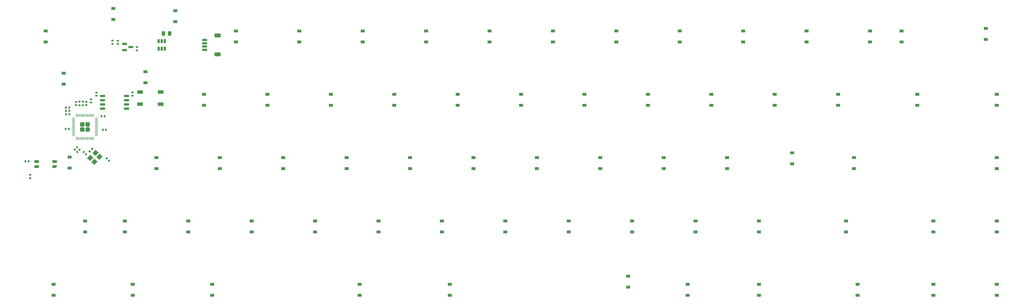
<source format=gbr>
%TF.GenerationSoftware,KiCad,Pcbnew,7.0.1*%
%TF.CreationDate,2023-05-02T20:58:12+03:00*%
%TF.ProjectId,rp2040-bakeneko65,72703230-3430-42d6-9261-6b656e656b6f,rev?*%
%TF.SameCoordinates,Original*%
%TF.FileFunction,Paste,Bot*%
%TF.FilePolarity,Positive*%
%FSLAX46Y46*%
G04 Gerber Fmt 4.6, Leading zero omitted, Abs format (unit mm)*
G04 Created by KiCad (PCBNEW 7.0.1) date 2023-05-02 20:58:12*
%MOMM*%
%LPD*%
G01*
G04 APERTURE LIST*
G04 Aperture macros list*
%AMRoundRect*
0 Rectangle with rounded corners*
0 $1 Rounding radius*
0 $2 $3 $4 $5 $6 $7 $8 $9 X,Y pos of 4 corners*
0 Add a 4 corners polygon primitive as box body*
4,1,4,$2,$3,$4,$5,$6,$7,$8,$9,$2,$3,0*
0 Add four circle primitives for the rounded corners*
1,1,$1+$1,$2,$3*
1,1,$1+$1,$4,$5*
1,1,$1+$1,$6,$7*
1,1,$1+$1,$8,$9*
0 Add four rect primitives between the rounded corners*
20,1,$1+$1,$2,$3,$4,$5,0*
20,1,$1+$1,$4,$5,$6,$7,0*
20,1,$1+$1,$6,$7,$8,$9,0*
20,1,$1+$1,$8,$9,$2,$3,0*%
%AMRotRect*
0 Rectangle, with rotation*
0 The origin of the aperture is its center*
0 $1 length*
0 $2 width*
0 $3 Rotation angle, in degrees counterclockwise*
0 Add horizontal line*
21,1,$1,$2,0,0,$3*%
%AMFreePoly0*
4,1,18,-0.410000,0.593000,-0.403758,0.624380,-0.385983,0.650983,-0.359380,0.668758,-0.328000,0.675000,0.328000,0.675000,0.359380,0.668758,0.385983,0.650983,0.403758,0.624380,0.410000,0.593000,0.410000,-0.593000,0.403758,-0.624380,0.385983,-0.650983,0.359380,-0.668758,0.328000,-0.675000,0.000000,-0.675000,-0.410000,-0.265000,-0.410000,0.593000,-0.410000,0.593000,$1*%
G04 Aperture macros list end*
%ADD10RoundRect,0.140000X0.140000X0.170000X-0.140000X0.170000X-0.140000X-0.170000X0.140000X-0.170000X0*%
%ADD11R,1.200000X0.900000*%
%ADD12RoundRect,0.140000X0.170000X-0.140000X0.170000X0.140000X-0.170000X0.140000X-0.170000X-0.140000X0*%
%ADD13RoundRect,0.135000X-0.185000X0.135000X-0.185000X-0.135000X0.185000X-0.135000X0.185000X0.135000X0*%
%ADD14RoundRect,0.082000X0.593000X-0.328000X0.593000X0.328000X-0.593000X0.328000X-0.593000X-0.328000X0*%
%ADD15FreePoly0,90.000000*%
%ADD16RoundRect,0.140000X-0.021213X0.219203X-0.219203X0.021213X0.021213X-0.219203X0.219203X-0.021213X0*%
%ADD17R,1.800000X1.100000*%
%ADD18RoundRect,0.140000X-0.140000X-0.170000X0.140000X-0.170000X0.140000X0.170000X-0.140000X0.170000X0*%
%ADD19RoundRect,0.249999X0.395001X0.395001X-0.395001X0.395001X-0.395001X-0.395001X0.395001X-0.395001X0*%
%ADD20RoundRect,0.050000X0.387500X0.050000X-0.387500X0.050000X-0.387500X-0.050000X0.387500X-0.050000X0*%
%ADD21RoundRect,0.050000X0.050000X0.387500X-0.050000X0.387500X-0.050000X-0.387500X0.050000X-0.387500X0*%
%ADD22RoundRect,0.140000X-0.219203X-0.021213X-0.021213X-0.219203X0.219203X0.021213X0.021213X0.219203X0*%
%ADD23RotRect,1.400000X1.200000X45.000000*%
%ADD24RoundRect,0.135000X0.185000X-0.135000X0.185000X0.135000X-0.185000X0.135000X-0.185000X-0.135000X0*%
%ADD25RoundRect,0.140000X0.219203X0.021213X0.021213X0.219203X-0.219203X-0.021213X-0.021213X-0.219203X0*%
%ADD26RoundRect,0.150000X-0.587500X-0.150000X0.587500X-0.150000X0.587500X0.150000X-0.587500X0.150000X0*%
%ADD27RoundRect,0.150000X0.650000X0.150000X-0.650000X0.150000X-0.650000X-0.150000X0.650000X-0.150000X0*%
%ADD28RoundRect,0.140000X-0.170000X0.140000X-0.170000X-0.140000X0.170000X-0.140000X0.170000X0.140000X0*%
%ADD29RoundRect,0.150000X0.150000X-0.475000X0.150000X0.475000X-0.150000X0.475000X-0.150000X-0.475000X0*%
%ADD30RoundRect,0.150000X-0.625000X0.150000X-0.625000X-0.150000X0.625000X-0.150000X0.625000X0.150000X0*%
%ADD31RoundRect,0.250000X-0.650000X0.350000X-0.650000X-0.350000X0.650000X-0.350000X0.650000X0.350000X0*%
%ADD32RoundRect,0.135000X0.035355X-0.226274X0.226274X-0.035355X-0.035355X0.226274X-0.226274X0.035355X0*%
%ADD33RoundRect,0.243750X-0.243750X-0.456250X0.243750X-0.456250X0.243750X0.456250X-0.243750X0.456250X0*%
G04 APERTURE END LIST*
D10*
%TO.C,C15*%
X83309194Y-121074731D03*
X82349194Y-121074731D03*
%TD*%
D11*
%TO.C,D29*%
X295275000Y-118331250D03*
X295275000Y-115031250D03*
%TD*%
%TO.C,D56*%
X176212500Y-156431250D03*
X176212500Y-153131250D03*
%TD*%
%TO.C,D40*%
X185737500Y-137381250D03*
X185737500Y-134081250D03*
%TD*%
%TO.C,D14*%
X323850000Y-99281250D03*
X323850000Y-95981250D03*
%TD*%
%TO.C,D39*%
X166687500Y-137381250D03*
X166687500Y-134081250D03*
%TD*%
%TO.C,D49*%
X361950000Y-137381250D03*
X361950000Y-134081250D03*
%TD*%
%TO.C,D43*%
X242887500Y-137381250D03*
X242887500Y-134081250D03*
%TD*%
D10*
%TO.C,C14*%
X83309194Y-120058731D03*
X82349194Y-120058731D03*
%TD*%
D11*
%TO.C,D84*%
X361950000Y-175481250D03*
X361950000Y-172181250D03*
%TD*%
D12*
%TO.C,C5*%
X96266000Y-99893000D03*
X96266000Y-98933000D03*
%TD*%
D11*
%TO.C,D52*%
X100012500Y-156431250D03*
X100012500Y-153131250D03*
%TD*%
%TO.C,D77*%
X251206000Y-173099000D03*
X251206000Y-169799000D03*
%TD*%
%TO.C,D1*%
X76200000Y-99281250D03*
X76200000Y-95981250D03*
%TD*%
D12*
%TO.C,C6*%
X85372006Y-118296732D03*
X85372006Y-117336732D03*
%TD*%
%TO.C,C1*%
X91440000Y-115514000D03*
X91440000Y-114554000D03*
%TD*%
D11*
%TO.C,D70*%
X126238000Y-175514000D03*
X126238000Y-172214000D03*
%TD*%
D13*
%TO.C,R2*%
X86388006Y-117306732D03*
X86388006Y-118326732D03*
%TD*%
D14*
%TO.C,LED1*%
X73475000Y-135298750D03*
X73475000Y-136798750D03*
X78925000Y-135298750D03*
D15*
X78925000Y-136798750D03*
%TD*%
D10*
%TO.C,C16*%
X83157000Y-125476000D03*
X82197000Y-125476000D03*
%TD*%
D11*
%TO.C,D24*%
X200025000Y-118331250D03*
X200025000Y-115031250D03*
%TD*%
%TO.C,D68*%
X102393750Y-175481250D03*
X102393750Y-172181250D03*
%TD*%
D12*
%TO.C,C8*%
X89817006Y-117534732D03*
X89817006Y-116574732D03*
%TD*%
D11*
%TO.C,D72*%
X170561000Y-175513000D03*
X170561000Y-172213000D03*
%TD*%
%TO.C,D33*%
X361950000Y-118331250D03*
X361950000Y-115031250D03*
%TD*%
%TO.C,D18*%
X81661000Y-112013000D03*
X81661000Y-108713000D03*
%TD*%
%TO.C,D38*%
X147637500Y-137381250D03*
X147637500Y-134081250D03*
%TD*%
D16*
%TO.C,C11*%
X86385194Y-131742731D03*
X85706372Y-132421553D03*
%TD*%
D11*
%TO.C,D35*%
X83439000Y-137285000D03*
X83439000Y-133985000D03*
%TD*%
%TO.C,D51*%
X88106250Y-156431250D03*
X88106250Y-153131250D03*
%TD*%
%TO.C,D37*%
X128587500Y-137381250D03*
X128587500Y-134081250D03*
%TD*%
%TO.C,D30*%
X314325000Y-118331250D03*
X314325000Y-115031250D03*
%TD*%
%TO.C,D46*%
X300482000Y-136016000D03*
X300482000Y-132716000D03*
%TD*%
%TO.C,D7*%
X190500000Y-99281250D03*
X190500000Y-95981250D03*
%TD*%
D17*
%TO.C,SW85*%
X110796000Y-114355000D03*
X104596000Y-114355000D03*
X110796000Y-118055000D03*
X104596000Y-118055000D03*
%TD*%
D11*
%TO.C,D58*%
X214312500Y-156431250D03*
X214312500Y-153131250D03*
%TD*%
%TO.C,D82*%
X320167000Y-175481250D03*
X320167000Y-172181250D03*
%TD*%
%TO.C,D27*%
X257175000Y-118331250D03*
X257175000Y-115031250D03*
%TD*%
D18*
%TO.C,C12*%
X92992000Y-121666000D03*
X93952000Y-121666000D03*
%TD*%
D11*
%TO.C,D80*%
X290512500Y-175481250D03*
X290512500Y-172181250D03*
%TD*%
%TO.C,D5*%
X152400000Y-99281250D03*
X152400000Y-95981250D03*
%TD*%
%TO.C,D64*%
X342900000Y-156431250D03*
X342900000Y-153131250D03*
%TD*%
%TO.C,D61*%
X271462500Y-156431250D03*
X271462500Y-153131250D03*
%TD*%
D19*
%TO.C,U1*%
X88830506Y-125687732D03*
X88830506Y-124087732D03*
X87230506Y-125687732D03*
X87230506Y-124087732D03*
D20*
X91468006Y-122287732D03*
X91468006Y-122687732D03*
X91468006Y-123087732D03*
X91468006Y-123487732D03*
X91468006Y-123887732D03*
X91468006Y-124287732D03*
X91468006Y-124687732D03*
X91468006Y-125087732D03*
X91468006Y-125487732D03*
X91468006Y-125887732D03*
X91468006Y-126287732D03*
X91468006Y-126687732D03*
X91468006Y-127087732D03*
X91468006Y-127487732D03*
D21*
X90630506Y-128325232D03*
X90230506Y-128325232D03*
X89830506Y-128325232D03*
X89430506Y-128325232D03*
X89030506Y-128325232D03*
X88630506Y-128325232D03*
X88230506Y-128325232D03*
X87830506Y-128325232D03*
X87430506Y-128325232D03*
X87030506Y-128325232D03*
X86630506Y-128325232D03*
X86230506Y-128325232D03*
X85830506Y-128325232D03*
X85430506Y-128325232D03*
D20*
X84593006Y-127487732D03*
X84593006Y-127087732D03*
X84593006Y-126687732D03*
X84593006Y-126287732D03*
X84593006Y-125887732D03*
X84593006Y-125487732D03*
X84593006Y-125087732D03*
X84593006Y-124687732D03*
X84593006Y-124287732D03*
X84593006Y-123887732D03*
X84593006Y-123487732D03*
X84593006Y-123087732D03*
X84593006Y-122687732D03*
X84593006Y-122287732D03*
D21*
X85430506Y-121450232D03*
X85830506Y-121450232D03*
X86230506Y-121450232D03*
X86630506Y-121450232D03*
X87030506Y-121450232D03*
X87430506Y-121450232D03*
X87830506Y-121450232D03*
X88230506Y-121450232D03*
X88630506Y-121450232D03*
X89030506Y-121450232D03*
X89430506Y-121450232D03*
X89830506Y-121450232D03*
X90230506Y-121450232D03*
X90630506Y-121450232D03*
%TD*%
D11*
%TO.C,D11*%
X266700000Y-99281250D03*
X266700000Y-95981250D03*
%TD*%
D22*
%TO.C,C3*%
X87677441Y-132438663D03*
X88356263Y-133117485D03*
%TD*%
D11*
%TO.C,D54*%
X138112500Y-156431250D03*
X138112500Y-153131250D03*
%TD*%
%TO.C,D21*%
X142875000Y-118331250D03*
X142875000Y-115031250D03*
%TD*%
%TO.C,D15*%
X333375000Y-99281250D03*
X333375000Y-95981250D03*
%TD*%
D10*
%TO.C,C10*%
X83309194Y-119042731D03*
X82349194Y-119042731D03*
%TD*%
D11*
%TO.C,D65*%
X361950000Y-156431250D03*
X361950000Y-153131250D03*
%TD*%
D23*
%TO.C,Y1*%
X89636218Y-134206708D03*
X91191853Y-132651073D03*
X92393934Y-133853154D03*
X90838299Y-135408789D03*
%TD*%
D11*
%TO.C,D62*%
X290512500Y-156431250D03*
X290512500Y-153131250D03*
%TD*%
%TO.C,D2*%
X96520000Y-92582000D03*
X96520000Y-89282000D03*
%TD*%
%TO.C,D22*%
X161925000Y-118331250D03*
X161925000Y-115031250D03*
%TD*%
%TO.C,D28*%
X276225000Y-118331250D03*
X276225000Y-115031250D03*
%TD*%
D24*
%TO.C,R5*%
X71577200Y-140260800D03*
X71577200Y-139240800D03*
%TD*%
D16*
%TO.C,C7*%
X85623194Y-130980731D03*
X84944372Y-131659553D03*
%TD*%
D11*
%TO.C,D59*%
X233362500Y-156431250D03*
X233362500Y-153131250D03*
%TD*%
%TO.C,D8*%
X209550000Y-99281250D03*
X209550000Y-95981250D03*
%TD*%
%TO.C,D25*%
X219075000Y-118331250D03*
X219075000Y-115031250D03*
%TD*%
%TO.C,D4*%
X133350000Y-99281250D03*
X133350000Y-95981250D03*
%TD*%
%TO.C,D41*%
X204787500Y-137381250D03*
X204787500Y-134081250D03*
%TD*%
%TO.C,D74*%
X197643750Y-175481250D03*
X197643750Y-172181250D03*
%TD*%
%TO.C,D57*%
X195262500Y-156431250D03*
X195262500Y-153131250D03*
%TD*%
%TO.C,D26*%
X238125000Y-118331250D03*
X238125000Y-115031250D03*
%TD*%
%TO.C,D55*%
X157162500Y-156431250D03*
X157162500Y-153131250D03*
%TD*%
%TO.C,D44*%
X261937500Y-137381250D03*
X261937500Y-134081250D03*
%TD*%
%TO.C,D16*%
X358648000Y-98551000D03*
X358648000Y-95251000D03*
%TD*%
D25*
%TO.C,C2*%
X95278006Y-135088732D03*
X94599184Y-134409910D03*
%TD*%
D26*
%TO.C,U3*%
X99900500Y-101788000D03*
X99900500Y-99888000D03*
X101775500Y-100838000D03*
%TD*%
D11*
%TO.C,D19*%
X106172000Y-111632000D03*
X106172000Y-108332000D03*
%TD*%
%TO.C,D36*%
X109537500Y-137381250D03*
X109537500Y-134081250D03*
%TD*%
D18*
%TO.C,C17*%
X93373000Y-125730000D03*
X94333000Y-125730000D03*
%TD*%
D13*
%TO.C,R1*%
X87404006Y-117306732D03*
X87404006Y-118326732D03*
%TD*%
D11*
%TO.C,D12*%
X285750000Y-99281250D03*
X285750000Y-95981250D03*
%TD*%
%TO.C,D10*%
X247650000Y-99281250D03*
X247650000Y-95981250D03*
%TD*%
D27*
%TO.C,U2*%
X100533200Y-115570000D03*
X100533200Y-116840000D03*
X100533200Y-118110000D03*
X100533200Y-119380000D03*
X93333200Y-119380000D03*
X93333200Y-118110000D03*
X93333200Y-116840000D03*
X93333200Y-115570000D03*
%TD*%
D11*
%TO.C,D9*%
X228600000Y-99281250D03*
X228600000Y-95981250D03*
%TD*%
D28*
%TO.C,C4*%
X103632000Y-100866000D03*
X103632000Y-101826000D03*
%TD*%
D29*
%TO.C,U4*%
X112075000Y-101378000D03*
X111125000Y-101378000D03*
X110175000Y-101378000D03*
X110175000Y-99028000D03*
X111125000Y-99028000D03*
X112075000Y-99028000D03*
%TD*%
D30*
%TO.C,J1*%
X124014000Y-98709000D03*
X124014000Y-99709000D03*
X124014000Y-100709000D03*
X124014000Y-101709000D03*
D31*
X127889000Y-97409000D03*
X127889000Y-103009000D03*
%TD*%
D12*
%TO.C,C9*%
X97917000Y-99921000D03*
X97917000Y-98961000D03*
%TD*%
D11*
%TO.C,D83*%
X342900000Y-175481250D03*
X342900000Y-172181250D03*
%TD*%
%TO.C,D20*%
X123825000Y-118331250D03*
X123825000Y-115031250D03*
%TD*%
D18*
%TO.C,C18*%
X70104000Y-135255000D03*
X71064000Y-135255000D03*
%TD*%
D11*
%TO.C,D31*%
X338137500Y-118331250D03*
X338137500Y-115031250D03*
%TD*%
%TO.C,D13*%
X304800000Y-99281250D03*
X304800000Y-95981250D03*
%TD*%
%TO.C,D63*%
X316706250Y-156431250D03*
X316706250Y-153131250D03*
%TD*%
%TO.C,D42*%
X223837500Y-137381250D03*
X223837500Y-134081250D03*
%TD*%
%TO.C,D45*%
X280987500Y-137381250D03*
X280987500Y-134081250D03*
%TD*%
%TO.C,D3*%
X115189000Y-93217000D03*
X115189000Y-89917000D03*
%TD*%
%TO.C,D53*%
X119062500Y-156431250D03*
X119062500Y-153131250D03*
%TD*%
%TO.C,D66*%
X78581250Y-175481250D03*
X78581250Y-172181250D03*
%TD*%
D13*
%TO.C,R3*%
X102260400Y-114501200D03*
X102260400Y-115521200D03*
%TD*%
D32*
%TO.C,R4*%
X89454604Y-132229322D03*
X90175852Y-131508074D03*
%TD*%
D11*
%TO.C,D47*%
X319087500Y-137381250D03*
X319087500Y-134081250D03*
%TD*%
D12*
%TO.C,C13*%
X88420006Y-118296732D03*
X88420006Y-117336732D03*
%TD*%
D11*
%TO.C,D60*%
X252412500Y-156431250D03*
X252412500Y-153131250D03*
%TD*%
D33*
%TO.C,F1*%
X111584500Y-96774000D03*
X113459500Y-96774000D03*
%TD*%
D11*
%TO.C,D23*%
X180975000Y-118331250D03*
X180975000Y-115031250D03*
%TD*%
%TO.C,D6*%
X171450000Y-99281250D03*
X171450000Y-95981250D03*
%TD*%
%TO.C,D79*%
X269081250Y-175481250D03*
X269081250Y-172181250D03*
%TD*%
M02*

</source>
